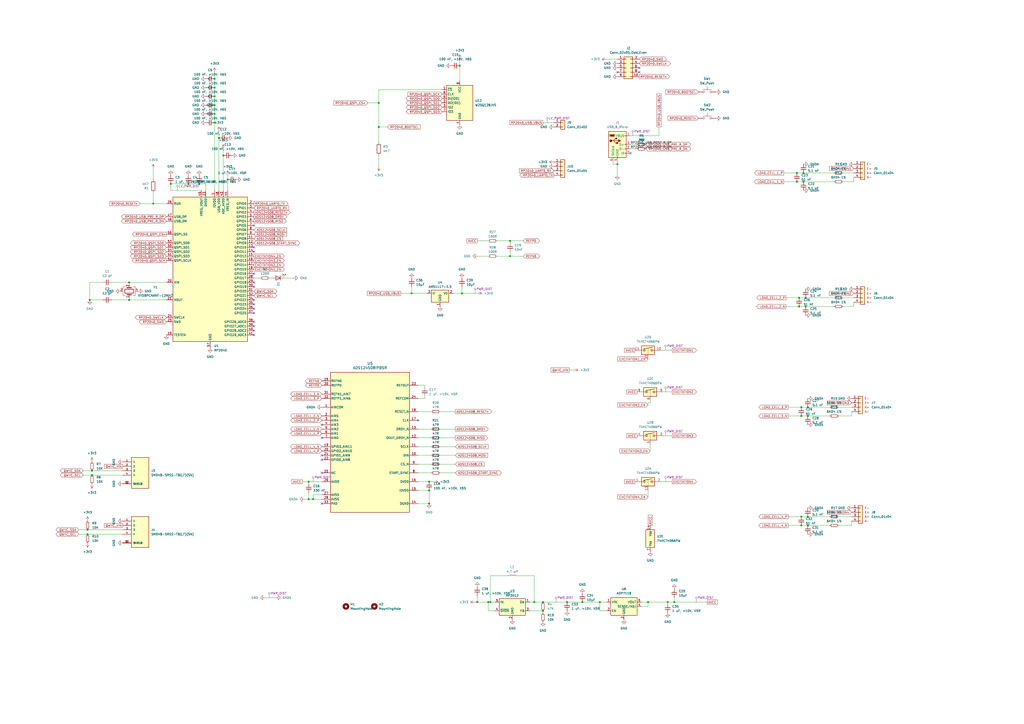
<source format=kicad_sch>
(kicad_sch (version 20230121) (generator eeschema)
  (paper "A2")
  (junction (at 124.46 71.12))
  (junction (at 337.82 349.25))
  (junction (at 328.93 349.25))
  (junction (at 309.88 349.25))
  (junction (at 124.46 66.04))
  (junction (at 124.46 50.8))
  (junction (at 462.28 105.41))
  (junction (at 219.71 59.69))
  (junction (at 464.82 304.8))
  (junction (at 468.63 236.22))
  (junction (at 238.76 170.18))
  (junction (at 358.14 95.25))
  (junction (at 468.63 304.8))
  (junction (at 115.57 106.68))
  (junction (at 267.97 170.18))
  (junction (at 74.93 173.99))
  (junction (at 464.82 299.72))
  (junction (at 248.92 284.48))
  (junction (at 347.98 349.25))
  (junction (at 181.61 289.56))
  (junction (at 129.54 90.17))
  (junction (at 468.63 241.3))
  (junction (at 466.09 100.33))
  (junction (at 276.86 349.25))
  (junction (at 295.91 148.59))
  (junction (at 248.92 292.1))
  (junction (at 467.36 172.72))
  (junction (at 132.08 104.14))
  (junction (at 50.8 309.88))
  (junction (at 467.36 177.8))
  (junction (at 463.55 172.72))
  (junction (at 124.46 60.96))
  (junction (at 127 80.01))
  (junction (at 375.92 349.25))
  (junction (at 179.07 279.4))
  (junction (at 387.35 349.25))
  (junction (at 99.06 106.68))
  (junction (at 53.34 275.59))
  (junction (at 283.21 349.25))
  (junction (at 179.07 289.56))
  (junction (at 463.55 177.8))
  (junction (at 248.92 279.4))
  (junction (at 314.96 349.25))
  (junction (at 124.46 45.72))
  (junction (at 314.96 354.33))
  (junction (at 53.34 273.05))
  (junction (at 266.7 38.1))
  (junction (at 464.82 241.3))
  (junction (at 466.09 105.41))
  (junction (at 391.16 349.25))
  (junction (at 464.82 236.22))
  (junction (at 284.48 349.25))
  (junction (at 462.28 100.33))
  (junction (at 219.71 73.66))
  (junction (at 295.91 139.7))
  (junction (at 52.07 173.99))
  (junction (at 109.22 106.68))
  (junction (at 50.8 307.34))
  (junction (at 74.93 163.83))
  (junction (at 88.9 118.11))
  (junction (at 124.46 55.88))
  (junction (at 468.63 299.72))
  (no_connect (at 186.69 246.38))
  (no_connect (at 186.69 264.16))
  (no_connect (at 147.32 176.53))
  (no_connect (at 147.32 179.07))
  (no_connect (at 242.57 243.84))
  (no_connect (at 147.32 173.99))
  (no_connect (at 147.32 194.31))
  (no_connect (at 147.32 186.69))
  (no_connect (at 147.32 181.61))
  (no_connect (at 147.32 189.23))
  (no_connect (at 358.14 41.91))
  (no_connect (at 370.84 41.91))
  (no_connect (at 147.32 158.75))
  (no_connect (at 186.69 254))
  (no_connect (at 147.32 191.77))
  (no_connect (at 147.32 166.37))
  (no_connect (at 370.84 39.37))
  (no_connect (at 186.69 292.1))
  (no_connect (at 186.69 266.7))
  (no_connect (at 147.32 130.81))
  (no_connect (at 147.32 143.51))
  (no_connect (at 147.32 163.83))
  (no_connect (at 147.32 146.05))
  (no_connect (at 365.76 88.9))
  (no_connect (at 186.69 274.32))
  (wire (pts (xy 99.06 110.49) (xy 116.84 110.49)))
  (wire (pts (xy 74.93 163.83) (xy 96.52 163.83)))
  (wire (pts (xy 179.07 289.56) (xy 181.61 289.56)))
  (wire (pts (xy 288.29 148.59) (xy 295.91 148.59)))
  (wire (pts (xy 176.53 289.56) (xy 179.07 289.56)))
  (wire (pts (xy 248.92 284.48) (xy 248.92 292.1)))
  (wire (pts (xy 52.07 173.99) (xy 59.69 173.99)))
  (wire (pts (xy 213.36 59.69) (xy 219.71 59.69)))
  (wire (pts (xy 264.16 269.24) (xy 255.27 269.24)))
  (wire (pts (xy 48.26 275.59) (xy 53.34 275.59)))
  (wire (pts (xy 250.19 254) (xy 242.57 254)))
  (wire (pts (xy 45.72 309.88) (xy 50.8 309.88)))
  (wire (pts (xy 494.03 304.8) (xy 494.03 302.26)))
  (wire (pts (xy 457.2 299.72) (xy 464.82 299.72)))
  (wire (pts (xy 314.96 349.25) (xy 328.93 349.25)))
  (wire (pts (xy 287.02 354.33) (xy 283.21 354.33)))
  (wire (pts (xy 250.19 238.76) (xy 242.57 238.76)))
  (wire (pts (xy 248.92 279.4) (xy 242.57 279.4)))
  (wire (pts (xy 463.55 172.72) (xy 467.36 172.72)))
  (wire (pts (xy 284.48 349.25) (xy 284.48 334.01)))
  (wire (pts (xy 129.54 86.36) (xy 129.54 90.17)))
  (wire (pts (xy 219.71 59.69) (xy 219.71 73.66)))
  (wire (pts (xy 52.07 163.83) (xy 52.07 173.99)))
  (wire (pts (xy 457.2 241.3) (xy 464.82 241.3)))
  (wire (pts (xy 467.36 177.8) (xy 483.87 177.8)))
  (wire (pts (xy 309.88 349.25) (xy 314.96 349.25)))
  (wire (pts (xy 488.95 100.33) (xy 495.3 100.33)))
  (wire (pts (xy 129.54 90.17) (xy 129.54 110.49)))
  (wire (pts (xy 266.7 34.29) (xy 266.7 38.1)))
  (wire (pts (xy 284.48 349.25) (xy 287.02 349.25)))
  (wire (pts (xy 81.28 118.11) (xy 88.9 118.11)))
  (wire (pts (xy 251.46 279.4) (xy 248.92 279.4)))
  (wire (pts (xy 375.92 288.29) (xy 375.92 284.48)))
  (wire (pts (xy 53.34 275.59) (xy 71.12 275.59)))
  (wire (pts (xy 264.16 259.08) (xy 255.27 259.08)))
  (wire (pts (xy 464.82 299.72) (xy 468.63 299.72)))
  (wire (pts (xy 358.14 93.98) (xy 358.14 95.25)))
  (wire (pts (xy 382.27 73.66) (xy 382.27 78.74)))
  (wire (pts (xy 377.19 261.62) (xy 377.19 257.81)))
  (wire (pts (xy 462.28 105.41) (xy 466.09 105.41)))
  (wire (pts (xy 288.29 139.7) (xy 295.91 139.7)))
  (wire (pts (xy 351.79 349.25) (xy 347.98 349.25)))
  (wire (pts (xy 355.6 93.98) (xy 355.6 95.25)))
  (wire (pts (xy 248.92 292.1) (xy 242.57 292.1)))
  (wire (pts (xy 486.41 304.8) (xy 494.03 304.8)))
  (wire (pts (xy 276.86 349.25) (xy 283.21 349.25)))
  (wire (pts (xy 224.79 73.66) (xy 219.71 73.66)))
  (wire (pts (xy 219.71 73.66) (xy 219.71 82.55)))
  (wire (pts (xy 262.89 170.18) (xy 267.97 170.18)))
  (wire (pts (xy 264.16 254) (xy 255.27 254)))
  (wire (pts (xy 314.96 354.33) (xy 314.96 355.6)))
  (wire (pts (xy 50.8 307.34) (xy 71.12 307.34)))
  (wire (pts (xy 64.77 163.83) (xy 74.93 163.83)))
  (wire (pts (xy 127 76.2) (xy 127 80.01)))
  (wire (pts (xy 250.19 274.32) (xy 242.57 274.32)))
  (wire (pts (xy 365.76 86.36) (xy 369.57 86.36)))
  (wire (pts (xy 330.2 214.63) (xy 332.74 214.63)))
  (wire (pts (xy 132.08 104.14) (xy 132.08 110.49)))
  (wire (pts (xy 153.67 346.71) (xy 160.02 346.71)))
  (wire (pts (xy 462.28 100.33) (xy 466.09 100.33)))
  (wire (pts (xy 246.38 231.14) (xy 246.38 229.87)))
  (wire (pts (xy 267.97 170.18) (xy 276.86 170.18)))
  (wire (pts (xy 219.71 52.07) (xy 256.54 52.07)))
  (wire (pts (xy 468.63 236.22) (xy 481.33 236.22)))
  (wire (pts (xy 488.95 177.8) (xy 495.3 177.8)))
  (wire (pts (xy 219.71 90.17) (xy 219.71 96.52)))
  (wire (pts (xy 457.2 304.8) (xy 464.82 304.8)))
  (wire (pts (xy 488.95 105.41) (xy 495.3 105.41)))
  (wire (pts (xy 284.48 334.01) (xy 294.64 334.01)))
  (wire (pts (xy 307.34 354.33) (xy 314.96 354.33)))
  (wire (pts (xy 295.91 148.59) (xy 303.53 148.59)))
  (wire (pts (xy 466.09 105.41) (xy 483.87 105.41)))
  (wire (pts (xy 295.91 139.7) (xy 295.91 140.97)))
  (wire (pts (xy 156.21 161.29) (xy 157.48 161.29)))
  (wire (pts (xy 375.92 234.95) (xy 375.92 233.68)))
  (wire (pts (xy 124.46 60.96) (xy 124.46 66.04)))
  (wire (pts (xy 486.41 236.22) (xy 494.03 236.22)))
  (wire (pts (xy 375.92 349.25) (xy 387.35 349.25)))
  (wire (pts (xy 468.63 299.72) (xy 481.33 299.72)))
  (wire (pts (xy 109.22 106.68) (xy 115.57 106.68)))
  (wire (pts (xy 295.91 139.7) (xy 303.53 139.7)))
  (wire (pts (xy 88.9 118.11) (xy 96.52 118.11)))
  (wire (pts (xy 242.57 284.48) (xy 248.92 284.48)))
  (wire (pts (xy 454.66 100.33) (xy 462.28 100.33)))
  (wire (pts (xy 283.21 354.33) (xy 283.21 349.25)))
  (wire (pts (xy 147.32 161.29) (xy 151.13 161.29)))
  (wire (pts (xy 119.38 110.49) (xy 119.38 106.68)))
  (wire (pts (xy 387.35 350.52) (xy 387.35 349.25)))
  (wire (pts (xy 295.91 146.05) (xy 295.91 148.59)))
  (wire (pts (xy 276.86 345.44) (xy 276.86 349.25)))
  (wire (pts (xy 309.88 334.01) (xy 309.88 349.25)))
  (wire (pts (xy 219.71 59.69) (xy 219.71 52.07)))
  (wire (pts (xy 347.98 354.33) (xy 347.98 349.25)))
  (wire (pts (xy 389.89 252.73) (xy 384.81 252.73)))
  (wire (pts (xy 179.07 285.75) (xy 179.07 289.56)))
  (wire (pts (xy 387.35 349.25) (xy 391.16 349.25)))
  (wire (pts (xy 74.93 172.72) (xy 74.93 173.99)))
  (wire (pts (xy 74.93 163.83) (xy 74.93 165.1)))
  (wire (pts (xy 264.16 238.76) (xy 255.27 238.76)))
  (wire (pts (xy 242.57 223.52) (xy 246.38 223.52)))
  (wire (pts (xy 132.08 101.6) (xy 132.08 104.14)))
  (wire (pts (xy 391.16 349.25) (xy 410.21 349.25)))
  (wire (pts (xy 494.03 241.3) (xy 494.03 238.76)))
  (wire (pts (xy 179.07 279.4) (xy 186.69 279.4)))
  (wire (pts (xy 99.06 106.68) (xy 99.06 110.49)))
  (wire (pts (xy 179.07 279.4) (xy 179.07 280.67)))
  (wire (pts (xy 232.41 170.18) (xy 238.76 170.18)))
  (wire (pts (xy 242.57 231.14) (xy 246.38 231.14)))
  (wire (pts (xy 372.11 351.79) (xy 375.92 351.79)))
  (wire (pts (xy 389.89 227.33) (xy 384.81 227.33)))
  (wire (pts (xy 468.63 241.3) (xy 481.33 241.3)))
  (wire (pts (xy 455.93 177.8) (xy 463.55 177.8)))
  (wire (pts (xy 466.09 100.33) (xy 483.87 100.33)))
  (wire (pts (xy 250.19 248.92) (xy 242.57 248.92)))
  (wire (pts (xy 124.46 45.72) (xy 124.46 50.8)))
  (wire (pts (xy 124.46 55.88) (xy 124.46 60.96)))
  (wire (pts (xy 464.82 304.8) (xy 468.63 304.8)))
  (wire (pts (xy 365.76 83.82) (xy 369.57 83.82)))
  (wire (pts (xy 275.59 349.25) (xy 276.86 349.25)))
  (wire (pts (xy 351.79 354.33) (xy 347.98 354.33)))
  (wire (pts (xy 127 80.01) (xy 127 110.49)))
  (wire (pts (xy 246.38 223.52) (xy 246.38 224.79)))
  (wire (pts (xy 250.19 259.08) (xy 242.57 259.08)))
  (wire (pts (xy 351.79 34.29) (xy 358.14 34.29)))
  (wire (pts (xy 467.36 172.72) (xy 483.87 172.72)))
  (wire (pts (xy 181.61 287.02) (xy 186.69 287.02)))
  (wire (pts (xy 53.34 273.05) (xy 71.12 273.05)))
  (wire (pts (xy 250.19 269.24) (xy 242.57 269.24)))
  (wire (pts (xy 264.16 274.32) (xy 255.27 274.32)))
  (wire (pts (xy 463.55 177.8) (xy 467.36 177.8)))
  (wire (pts (xy 372.11 349.25) (xy 375.92 349.25)))
  (wire (pts (xy 495.3 105.41) (xy 495.3 102.87)))
  (wire (pts (xy 276.86 148.59) (xy 283.21 148.59)))
  (wire (pts (xy 165.1 161.29) (xy 170.18 161.29)))
  (wire (pts (xy 267.97 166.37) (xy 267.97 170.18)))
  (wire (pts (xy 375.92 233.68) (xy 377.19 233.68)))
  (wire (pts (xy 464.82 236.22) (xy 468.63 236.22)))
  (wire (pts (xy 238.76 170.18) (xy 247.65 170.18)))
  (wire (pts (xy 391.16 346.71) (xy 391.16 349.25)))
  (wire (pts (xy 264.16 264.16) (xy 255.27 264.16)))
  (wire (pts (xy 88.9 111.76) (xy 88.9 118.11)))
  (wire (pts (xy 264.16 248.92) (xy 255.27 248.92)))
  (wire (pts (xy 276.86 139.7) (xy 283.21 139.7)))
  (wire (pts (xy 124.46 41.91) (xy 124.46 45.72)))
  (wire (pts (xy 377.19 233.68) (xy 377.19 232.41)))
  (wire (pts (xy 59.69 163.83) (xy 52.07 163.83)))
  (wire (pts (xy 238.76 166.37) (xy 238.76 170.18)))
  (wire (pts (xy 389.89 279.4) (xy 383.54 279.4)))
  (wire (pts (xy 50.8 309.88) (xy 71.12 309.88)))
  (wire (pts (xy 45.72 307.34) (xy 50.8 307.34)))
  (wire (pts (xy 307.34 349.25) (xy 309.88 349.25)))
  (wire (pts (xy 358.14 95.25) (xy 358.14 101.6)))
  (wire (pts (xy 389.89 203.2) (xy 383.54 203.2)))
  (wire (pts (xy 124.46 71.12) (xy 124.46 110.49)))
  (wire (pts (xy 468.63 304.8) (xy 481.33 304.8)))
  (wire (pts (xy 250.19 264.16) (xy 242.57 264.16)))
  (wire (pts (xy 455.93 172.72) (xy 463.55 172.72)))
  (wire (pts (xy 124.46 66.04) (xy 124.46 71.12)))
  (wire (pts (xy 266.7 38.1) (xy 266.7 46.99)))
  (wire (pts (xy 486.41 299.72) (xy 494.03 299.72)))
  (wire (pts (xy 99.06 106.68) (xy 109.22 106.68)))
  (wire (pts (xy 328.93 349.25) (xy 337.82 349.25)))
  (wire (pts (xy 283.21 349.25) (xy 284.48 349.25)))
  (wire (pts (xy 457.2 236.22) (xy 464.82 236.22)))
  (wire (pts (xy 314.96 71.12) (xy 321.31 71.12)))
  (wire (pts (xy 486.41 241.3) (xy 494.03 241.3)))
  (wire (pts (xy 355.6 95.25) (xy 358.14 95.25)))
  (wire (pts (xy 454.66 105.41) (xy 462.28 105.41)))
  (wire (pts (xy 48.26 273.05) (xy 53.34 273.05)))
  (wire (pts (xy 181.61 287.02) (xy 181.61 289.56)))
  (wire (pts (xy 299.72 334.01) (xy 309.88 334.01)))
  (wire (pts (xy 115.57 106.68) (xy 119.38 106.68)))
  (wire (pts (xy 464.82 241.3) (xy 468.63 241.3)))
  (wire (pts (xy 64.77 173.99) (xy 74.93 173.99)))
  (wire (pts (xy 181.61 289.56) (xy 186.69 289.56)))
  (wire (pts (xy 175.26 279.4) (xy 179.07 279.4)))
  (wire (pts (xy 124.46 50.8) (xy 124.46 55.88)))
  (wire (pts (xy 88.9 104.14) (xy 88.9 97.79)))
  (wire (pts (xy 375.92 351.79) (xy 375.92 349.25)))
  (wire (pts (xy 382.27 78.74) (xy 365.76 78.74)))
  (wire (pts (xy 337.82 349.25) (xy 347.98 349.25)))
  (wire (pts (xy 495.3 177.8) (xy 495.3 175.26)))
  (wire (pts (xy 74.93 173.99) (xy 96.52 173.99)))
  (wire (pts (xy 488.95 172.72) (xy 495.3 172.72)))
  (label "RP2040_USB_POST_R_DN" (at 365.76 86.36 0))
  (label "RP2040_USB_POST_R_DP" (at 365.76 83.82 0))
  (global_label "QWIIC_VIN" (shape passive) (at 71.12 304.8 180) (property "Intersheetrefs" "${INTERSHEET_REFS}" (effects hide)))
  (global_label "ADS124S08_START_SYNC" (shape bidirectional) (at 264.16 274.32 0) (property "Intersheetrefs" "${INTERSHEET_REFS}" (effects hide)))
  (global_label "RP2040_RESETn" (shape input) (at 81.28 118.11 180) (property "Intersheetrefs" "${INTERSHEET_REFS}" (effects hide)))
  (global_label "AVCC" (shape passive) (at 377.19 304.8 90) (property "Intersheetrefs" "${INTERSHEET_REFS}" (effects hide)))
  (global_label "RP2040_QSPI_SD0" (shape bidirectional) (at 256.54 57.15 180) (property "Intersheetrefs" "${INTERSHEET_REFS}" (effects hide)))
  (global_label "EXCITATION2_EN" (shape input) (at 375.92 234.95 180) (property "Intersheetrefs" "${INTERSHEET_REFS}" (effects hide)))
  (global_label "AVCC" (shape passive) (at 276.86 139.7 180) (property "Intersheetrefs" "${INTERSHEET_REFS}" (effects hide)))
  (global_label "ADS124S08_SCLK" (shape input) (at 264.16 259.08 0) (property "Intersheetrefs" "${INTERSHEET_REFS}" (effects hide)))
  (global_label "ADS124S08_MISO" (shape output) (at 264.16 254 0) (property "Intersheetrefs" "${INTERSHEET_REFS}" (effects hide)))
  (global_label "EXCITATION1" (shape output) (at 389.89 203.2 0) (property "Intersheetrefs" "${INTERSHEET_REFS}" (effects hide)))
  (global_label "REFP0" (shape bidirectional) (at 303.53 139.7 0) (property "Intersheetrefs" "${INTERSHEET_REFS}" (effects hide)))
  (global_label "ADS124S08_DRDY" (shape output) (at 147.32 125.73 0) (property "Intersheetrefs" "${INTERSHEET_REFS}" (effects hide)))
  (global_label "RP2040_QSPI_SD1" (shape bidirectional) (at 256.54 59.69 180) (property "Intersheetrefs" "${INTERSHEET_REFS}" (effects hide)))
  (global_label "RP2040_BOOTSEL" (shape input) (at 224.79 73.66 0) (property "Intersheetrefs" "${INTERSHEET_REFS}" (effects hide)))
  (global_label "LOAD_CELL_1_P" (shape output) (at 454.66 100.33 180) (property "Intersheetrefs" "${INTERSHEET_REFS}" (effects hide)))
  (global_label "RP2040_USB_VBUS" (shape passive) (at 232.41 170.18 180) (property "Intersheetrefs" "${INTERSHEET_REFS}" (effects hide)))
  (global_label "ADS124S08_START_SYNC" (shape bidirectional) (at 147.32 140.97 0) (property "Intersheetrefs" "${INTERSHEET_REFS}" (effects hide)))
  (global_label "REFN0" (shape bidirectional) (at 186.69 220.98 180) (property "Intersheetrefs" "${INTERSHEET_REFS}" (effects hide)))
  (global_label "REFN0" (shape bidirectional) (at 303.53 148.59 0) (property "Intersheetrefs" "${INTERSHEET_REFS}" (effects hide)))
  (global_label "LOAD_CELL_1_N" (shape bidirectional) (at 186.69 248.92 180) (property "Intersheetrefs" "${INTERSHEET_REFS}" (effects hide)))
  (global_label "EXCITATION3" (shape input) (at 494.03 233.68 180) (property "Intersheetrefs" "${INTERSHEET_REFS}" (effects hide)))
  (global_label "LOAD_CELL_1_N" (shape output) (at 454.66 105.41 180) (property "Intersheetrefs" "${INTERSHEET_REFS}" (effects hide)))
  (global_label "RP2040_USB_VBUS" (shape passive) (at 314.96 71.12 180) (property "Intersheetrefs" "${INTERSHEET_REFS}" (effects hide)))
  (global_label "EXCITATION4_EN" (shape input) (at 375.92 288.29 180) (property "Intersheetrefs" "${INTERSHEET_REFS}" (effects hide)))
  (global_label "LOAD_CELL_2_P" (shape output) (at 455.93 172.72 180) (property "Intersheetrefs" "${INTERSHEET_REFS}" (effects hide)))
  (global_label "LOAD_CELL_4_P" (shape output) (at 457.2 299.72 180) (property "Intersheetrefs" "${INTERSHEET_REFS}" (effects hide)))
  (global_label "EXCITATION3_EN" (shape output) (at 147.32 151.13 0) (property "Intersheetrefs" "${INTERSHEET_REFS}" (effects hide)))
  (global_label "LOAD_CELL_3_P" (shape output) (at 457.2 236.22 180) (property "Intersheetrefs" "${INTERSHEET_REFS}" (effects hide)))
  (global_label "LOAD_CELL_3_P" (shape bidirectional) (at 186.69 231.14 180) (property "Intersheetrefs" "${INTERSHEET_REFS}" (effects hide)))
  (global_label "RP2040_BOOTSEL" (shape input) (at 405.13 53.34 180) (property "Intersheetrefs" "${INTERSHEET_REFS}" (effects hide)))
  (global_label "EXCITATION4" (shape output) (at 389.89 279.4 0) (property "Intersheetrefs" "${INTERSHEET_REFS}" (effects hide)))
  (global_label "LOAD_CELL_1_P" (shape bidirectional) (at 186.69 251.46 180) (property "Intersheetrefs" "${INTERSHEET_REFS}" (effects hide)))
  (global_label "ADS124S08_MISO" (shape output) (at 147.32 128.27 0) (property "Intersheetrefs" "${INTERSHEET_REFS}" (effects hide)))
  (global_label "RP2040_UART0_RX" (shape input) (at 321.31 99.06 180) (property "Intersheetrefs" "${INTERSHEET_REFS}" (effects hide)))
  (global_label "LOAD_CELL_2_P" (shape bidirectional) (at 186.69 243.84 180) (property "Intersheetrefs" "${INTERSHEET_REFS}" (effects hide)))
  (global_label "RP2040_QSPI_SD1" (shape bidirectional) (at 96.52 143.51 180) (property "Intersheetrefs" "${INTERSHEET_REFS}" (effects hide)))
  (global_label "QWIIC_VIN" (shape passive) (at 330.2 214.63 180) (property "Intersheetrefs" "${INTERSHEET_REFS}" (effects hide)))
  (global_label "RP2040_QSPI_SD3" (shape bidirectional) (at 96.52 148.59 180) (property "Intersheetrefs" "${INTERSHEET_REFS}" (effects hide)))
  (global_label "EXCITATION4" (shape input) (at 494.03 297.18 180) (property "Intersheetrefs" "${INTERSHEET_REFS}" (effects hide)))
  (global_label "EXCITATION2" (shape output) (at 389.89 227.33 0) (property "Intersheetrefs" "${INTERSHEET_REFS}" (effects hide)))
  (global_label "EXCITATION2_EN" (shape output) (at 147.32 153.67 0) (property "Intersheetrefs" "${INTERSHEET_REFS}" (effects hide)))
  (global_label "EXCITATION4_EN" (shape output) (at 147.32 148.59 0) (property "Intersheetrefs" "${INTERSHEET_REFS}" (effects hide)))
  (global_label "LOAD_CELL_4_N" (shape bidirectional) (at 186.69 259.08 180) (property "Intersheetrefs" "${INTERSHEET_REFS}" (effects hide)))
  (global_label "EXCITATION3_EN" (shape input) (at 377.19 261.62 180) (property "Intersheetrefs" "${INTERSHEET_REFS}" (effects hide)))
  (global_label "AVCC" (shape passive) (at 369.57 227.33 180) (property "Intersheetrefs" "${INTERSHEET_REFS}" (effects hide)))
  (global_label "RP2040_RESETn" (shape output) (at 370.84 44.45 0) (property "Intersheetrefs" "${INTERSHEET_REFS}" (effects hide)))
  (global_label "RP2040_USB_PRE_R_DP" (shape bidirectional) (at 374.65 83.82 0) (property "Intersheetrefs" "${INTERSHEET_REFS}" (effects hide)))
  (global_label "AVCC" (shape passive) (at 369.57 252.73 180) (property "Intersheetrefs" "${INTERSHEET_REFS}" (effects hide)))
  (global_label "AVCC" (shape passive) (at 368.3 203.2 180) (property "Intersheetrefs" "${INTERSHEET_REFS}" (effects hide)))
  (global_label "RP2040_QSPI_SD2" (shape bidirectional) (at 96.52 146.05 180) (property "Intersheetrefs" "${INTERSHEET_REFS}" (effects hide)))
  (global_label "RP2040_USB_PRE_R_DP" (shape bidirectional) (at 96.52 125.73 180) (property "Intersheetrefs" "${INTERSHEET_REFS}" (effects hide)))
  (global_label "AVCC" (shape passive) (at 410.21 349.25 0) (property "Intersheetrefs" "${INTERSHEET_REFS}" (effects hide)))
  (global_label "QWIIC_SDA" (shape bidirectional) (at 48.26 273.05 180) (property "Intersheetrefs" "${INTERSHEET_REFS}" (effects hide)))
  (global_label "EXCITATION3" (shape output) (at 389.89 252.73 0) (property "Intersheetrefs" "${INTERSHEET_REFS}" (effects hide)))
  (global_label "EXCITATION1_EN" (shape input) (at 375.92 208.28 180) (property "Intersheetrefs" "${INTERSHEET_REFS}" (effects hide)))
  (global_label "ADS124S08_CS" (shape input) (at 147.32 138.43 0) (property "Intersheetrefs" "${INTERSHEET_REFS}" (effects hide)))
  (global_label "RP2040_UART0_TX" (shape output) (at 321.31 101.6 180) (property "Intersheetrefs" "${INTERSHEET_REFS}" (effects hide)))
  (global_label "EXCITATION2" (shape input) (at 495.3 170.18 180) (property "Intersheetrefs" "${INTERSHEET_REFS}" (effects hide)))
  (global_label "RP2040_UART0_RX" (shape input) (at 147.32 120.65 0) (property "Intersheetrefs" "${INTERSHEET_REFS}" (effects hide)))
  (global_label "QWIIC_SCL" (shape bidirectional) (at 147.32 171.45 0) (property "Intersheetrefs" "${INTERSHEET_REFS}" (effects hide)))
  (global_label "ADS124S08_RESETn" (shape output) (at 264.16 238.76 0) (property "Intersheetrefs" "${INTERSHEET_REFS}" (effects hide)))
  (global_label "RP2040_QSPI_SD2" (shape bidirectional) (at 256.54 62.23 180) (property "Intersheetrefs" "${INTERSHEET_REFS}" (effects hide)))
  (global_label "RP2040_QSPI_SCK" (shape input) (at 256.54 54.61 180) (property "Intersheetrefs" "${INTERSHEET_REFS}" (effects hide)))
  (global_label "AVCC" (shape passive) (at 175.26 279.4 180) (property "Intersheetrefs" "${INTERSHEET_REFS}" (effects hide)))
  (global_label "EXCITATION1_EN" (shape output) (at 147.32 156.21 0) (property "Intersheetrefs" "${INTERSHEET_REFS}" (effects hide)))
  (global_label "AVCC" (shape passive) (at 368.3 279.4 180) (property "Intersheetrefs" "${INTERSHEET_REFS}" (effects hide)))
  (global_label "REFP0" (shape bidirectional) (at 186.69 223.52 180) (property "Intersheetrefs" "${INTERSHEET_REFS}" (effects hide)))
  (global_label "RP2040_UART0_TX" (shape output) (at 147.32 118.11 0) (property "Intersheetrefs" "${INTERSHEET_REFS}" (effects hide)))
  (global_label "QWIIC_SDA" (shape bidirectional) (at 147.32 168.91 0) (property "Intersheetrefs" "${INTERSHEET_REFS}" (effects hide)))
  (global_label "RP2040_SWD" (shape bidirectional) (at 370.84 34.29 0) (property "Intersheetrefs" "${INTERSHEET_REFS}" (effects hide)))
  (global_label "LOAD_CELL_4_N" (shape output) (at 457.2 304.8 180) (property "Intersheetrefs" "${INTERSHEET_REFS}" (effects hide)))
  (global_label "RP2040_QSPI_SD0" (shape bidirectional) (at 96.52 140.97 180) (property "Intersheetrefs" "${INTERSHEET_REFS}" (effects hide)))
  (global_label "ADS124S08_CS" (shape input) (at 264.16 269.24 0) (property "Intersheetrefs" "${INTERSHEET_REFS}" (effects hide)))
  (global_label "RP2040_QSPI_SCK" (shape output) (at 96.52 151.13 180) (property "Intersheetrefs" "${INTERSHEET_REFS}" (effects hide)))
  (global_label "ADS124S08_RESETn" (shape output) (at 147.32 123.19 0) (property "Intersheetrefs" "${INTERSHEET_REFS}" (effects hide)))
  (global_label "RP2040_USB_PRE_R_DN" (shape bidirectional) (at 96.52 128.27 180) (property "Intersheetrefs" "${INTERSHEET_REFS}" (effects hide)))
  (global_label "RP2040_SWCLK" (shape bidirectional) (at 96.52 184.15 180) (property "Intersheetrefs" "${INTERSHEET_REFS}" (effects hide)))
  (global_label "RP2040_SWD" (shape bidirectional) (at 96.52 186.69 180) (property "Intersheetrefs" "${INTERSHEET_REFS}" (effects hide)))
  (global_label "LOAD_CELL_3_N" (shape bidirectional) (at 186.69 228.6 180) (property "Intersheetrefs" "${INTERSHEET_REFS}" (effects hide)))
  (global_label "RP2040_QSPI_CSn" (shape input) (at 213.36 59.69 180) (property "Intersheetrefs" "${INTERSHEET_REFS}" (effects hide)))
  (global_label "RP2040_USB_VBUS" (shape passive) (at 382.27 73.66 90) (property "Intersheetrefs" "${INTERSHEET_REFS}" (effects hide)))
  (global_label "ADS124S08_MOSI" (shape input) (at 264.16 264.16 0) (property "Intersheetrefs" "${INTERSHEET_REFS}" (effects hide)))
  (global_label "LOAD_CELL_2_N" (shape bidirectional) (at 186.69 241.3 180) (property "Intersheetrefs" "${INTERSHEET_REFS}" (effects hide)))
  (global_label "RP2040_QSPI_CSn" (shape output) (at 96.52 135.89 180) (property "Intersheetrefs" "${INTERSHEET_REFS}" (effects hide)))
  (global_label "ADS124S08_SCLK" (shape input) (at 147.32 133.35 0) (property "Intersheetrefs" "${INTERSHEET_REFS}" (effects hide)))
  (global_label "ADS124S08_DRDY" (shape output) (at 264.16 248.92 0) (property "Intersheetrefs" "${INTERSHEET_REFS}" (effects hide)))
  (global_label "LOAD_CELL_3_N" (shape output) (at 457.2 241.3 180) (property "Intersheetrefs" "${INTERSHEET_REFS}" (effects hide)))
  (global_label "QWIIC_SDA" (shape bidirectional) (at 45.72 307.34 180) (property "Intersheetrefs" "${INTERSHEET_REFS}" (effects hide)))
  (global_label "QWIIC_SCL" (shape bidirectional) (at 48.26 275.59 180) (property "Intersheetrefs" "${INTERSHEET_REFS}" (effects hide)))
  (global_label "RP2040_SWCLK" (shape bidirectional) (at 370.84 36.83 0) (property "Intersheetrefs" "${INTERSHEET_REFS}" (effects hide)))
  (global_label "RP2040_QSPI_SD3" (shape bidirectional) (at 256.54 64.77 180) (property "Intersheetrefs" "${INTERSHEET_REFS}" (effects hide)))
  (global_label "EXCITATION1" (shape input) (at 495.3 97.79 180) (property "Intersheetrefs" "${INTERSHEET_REFS}" (effects hide)))
  (global_label "RP2040_RESETn" (shape input) (at 405.13 68.58 180) (property "Intersheetrefs" "${INTERSHEET_REFS}" (effects hide)))
  (global_label "LOAD_CELL_2_N" (shape output) (at 455.93 177.8 180) (property "Intersheetrefs" "${INTERSHEET_REFS}" (effects hide)))
  (global_label "QWIIC_SCL" (shape bidirectional) (at 45.72 309.88 180) (property "Intersheetrefs" "${INTERSHEET_REFS}" (effects hide)))
  (global_label "QWIIC_VIN" (shape passive) (at 71.12 270.51 180) (property "Intersheetrefs" "${INTERSHEET_REFS}" (effects hide)))
  (global_label "LOAD_CELL_4_P" (shape bidirectional) (at 186.69 261.62 180) (property "Intersheetrefs" "${INTERSHEET_REFS}" (effects hide)))
  (global_label "RP2040_USB_PRE_R_DN" (shape bidirectional) (at 374.65 86.36 0) (property "Intersheetrefs" "${INTERSHEET_REFS}" (effects hide)))
  (global_label "ADS124S08_MOSI" (shape input) (at 147.32 135.89 0) (property "Intersheetrefs" "${INTERSHEET_REFS}" (effects hide)))
  (netclass_flag "" (length 2.54) (shape round) (at 386.08 279.4 0) (property "Netclass" "PWR_DIST" (at 386.7785 276.86 0) (effects (font italic) (justify left))))
  (netclass_flag "" (length 2.54) (shape round) (at 386.08 252.73 0) (property "Netclass" "PWR_DIST" (at 386.7785 250.19 0) (effects (font italic) (justify left))))
  (netclass_flag "" (length 2.54) (shape round) (at 386.08 203.2 0) (property "Netclass" "PWR_DIST" (at 386.7785 200.66 0) (effects (font italic) (justify left))))
  (netclass_flag "" (length 2.54) (shape round) (at 322.58 349.25 0) (property "Netclass" "PWR_DIST" (at 323.2785 346.71 0) (effects (font italic) (justify left))))
  (netclass_flag "" (length 2.54) (shape round) (at 317.5 71.12 0) (property "Netclass" "LV_PWR_DIST" (at 318.1985 68.58 0) (effects (font italic) (justify left))))
  (netclass_flag "" (length 2.54) (shape round) (at 386.08 227.33 0) (property "Netclass" "PWR_DIST" (at 386.7785 224.79 0) (effects (font italic) (justify left))))
  (netclass_flag "" (length 2.54) (shape round) (at 156.21 346.71 0) (property "Netclass" "PWR_DIST" (at 156.9085 344.17 0) (effects (font italic) (justify left))))
  (netclass_flag "" (length 2.54) (shape round) (at 102.87 110.49 0) (property "Netclass" "LV_PWR_DIST" (at 103.5685 107.95 0) (effects (font italic) (justify left))))
  (netclass_flag "" (length 2.54) (shape round) (at 403.86 349.25 0) (property "Netclass" "PWR_DIST" (at 404.5585 346.71 0) (effects (font italic) (justify left))))
  (netclass_flag "" (length 2.54) (shape round) (at 181.61 279.4 0) (property "Netclass" "PWR_DIST" (at 182.3085 276.86 0) (effects (font italic) (justify left))))
  (netclass_flag "" (length 2.54) (shape round) (at 275.59 170.18 0) (property "Netclass" "PWR_DIST" (at 276.2885 167.64 0) (effects (font italic) (justify left))))
  (netclass_flag "" (length 2.54) (shape round) (at 367.03 78.74 0) (property "Netclass" "PWR_DIST" (at 367.7285 76.2 0) (effects (font italic) (justify left))))
  (symbol (lib_id "Device:R_Small") (at 486.41 100.33 270) (unit 1)
    (property "Reference" "R11" (at 486.41 95.25 90))
    (property "Value" "6K04 1%" (at 486.41 97.79 90))
    (property "Footprint" "Resistor_SMD:R_1206_3216Metric" (effects hide))
  )
  (symbol (lib_name "Conn_01x04_4") (lib_id "Connector_Generic:Conn_01x04") (at 326.39 96.52 0) (unit 1)
    (property "Reference" "J10" (at 328.93 96.52 0) (effects (justify left)))
    (property "Value" "Conn_01x04" (at 328.93 99.06 0) (effects (justify left)))
    (property "Footprint" "Connector_PinHeader_2.54mm:PinHeader_1x04_P2.54mm_Vertical" (effects hide))
  )
  (symbol (lib_id "power:+3V3") (at 50.8 302.26 0) (unit 1)
    (property "Reference" "#PWR052" (effects hide))
    (property "Value" "+3V3" (at 50.8 297.18 0))
  )
  (symbol (lib_id "Device:R_Small") (at 252.73 254 90) (unit 1)
    (property "Reference" "R22" (at 252.73 248.92 90))
    (property "Value" "47R" (at 252.73 251.46 90))
    (property "Footprint" "Resistor_SMD:R_0402_1005Metric" (effects hide))
    (property "LCSC" "C25118" (effects hide))
  )
  (symbol (lib_id "power:+3V3") (at 53.34 280.67 180) (unit 1)
    (property "Reference" "#PWR048" (effects hide))
    (property "Value" "+3V3" (at 53.34 285.75 0))
  )
  (symbol (lib_id "power:+3V3") (at 276.86 170.18 270) (unit 1)
    (property "Reference" "#PWR058" (effects hide))
    (property "Value" "+3V3" (at 280.67 170.18 90) (effects (justify left)))
  )
  (symbol (lib_id "power:GND") (at 297.18 359.41 0) (unit 1)
    (property "Reference" "#PWR063" (effects hide))
    (property "Value" "GND" (at 297.18 364.49 0))
  )
  (symbol (lib_id "power:GNDA") (at 468.63 246.38 90) (unit 1)
    (property "Reference" "#PWR076" (effects hide))
    (property "Value" "GNDA" (at 472.44 246.38 90) (effects (justify right)))
  )
  (symbol (lib_id "Device:C_Small") (at 467.36 180.34 0) (unit 1)
    (property "Reference" "C25" (at 469.9 179.0763 0) (effects (justify left)))
    (property "Value" "5.1 nF" (at 469.9 181.6163 0) (effects (justify left)))
    (property "Footprint" "Capacitor_SMD:C_1206_3216Metric" (effects hide))
  )
  (symbol (lib_id "power:GND") (at 137.16 104.14 90) (unit 1)
    (property "Reference" "#PWR022" (effects hide))
    (property "Value" "GND" (at 140.97 104.14 90) (effects (justify right)))
  )
  (symbol (lib_id "Device:C_Small") (at 337.82 346.71 180) (unit 1)
    (property "Reference" "C34" (at 340.36 345.4336 0) (effects (justify right)))
    (property "Value" "10µF" (at 340.36 347.9736 0) (effects (justify right)))
    (property "Footprint" "Capacitor_SMD:C_0805_2012Metric" (effects hide))
    (property "LCSC" "C440198" (effects hide))
  )
  (symbol (lib_id "power:GNDA") (at 176.53 289.56 270) (unit 1)
    (property "Reference" "#PWR040" (effects hide))
    (property "Value" "GNDA" (at 172.72 289.56 90) (effects (justify right)))
  )
  (symbol (lib_id "Switch:SW_Push") (at 410.21 53.34 0) (unit 1)
    (property "Reference" "SW1" (at 410.21 45.72 0))
    (property "Value" "SW_Push" (at 410.21 48.26 0))
    (property "Footprint" "Button_Switch_SMD:SW_SPST_Omron_B3FS-100xP" (effects hide))
  )
  (symbol (lib_name "Conn_01x04_1") (lib_id "Connector_Generic:Conn_01x04") (at 500.38 97.79 0) (unit 1)
    (property "Reference" "J5" (at 506.73 97.79 0) (effects (justify left)))
    (property "Value" "Conn_01x04" (at 506.73 100.33 0) (effects (justify left)))
    (property "Footprint" "Connector_PinHeader_2.54mm:PinHeader_1x04_P2.54mm_Vertical" (effects hide))
  )
  (symbol (lib_id "power:GND") (at 358.14 39.37 270) (unit 1)
    (property "Reference" "#PWR030" (effects hide))
    (property "Value" "GND" (at 354.33 39.37 90) (effects (justify right)))
  )
  (symbol (lib_id "Regulator_Linear:AMS1117-3.3") (at 255.27 170.18 0) (unit 1)
    (property "Reference" "U4" (at 255.27 163.83 0))
    (property "Value" "AMS1117-3.3" (at 255.27 166.37 0))
    (property "Footprint" "Package_TO_SOT_SMD:SOT-223-3_TabPin2" (effects hide))
    (property "Datasheet" "http://www.advanced-monolithic.com/pdf/ds1117.pdf" (effects hide))
  )
  (symbol (lib_id "power:GND") (at 337.82 344.17 180) (unit 1)
    (property "Reference" "#PWR035" (effects hide))
    (property "Value" "GND" (at 337.82 339.09 0))
  )
  (symbol (lib_id "power:GND") (at 266.7 72.39 0) (unit 1)
    (property "Reference" "#PWR029" (effects hide))
    (property "Value" "GND" (at 266.7 77.47 0))
  )
  (symbol (lib_id "Device:R_Small") (at 285.75 139.7 90) (unit 1)
    (property "Reference" "R27" (at 285.75 134.62 90))
    (property "Value" "100R" (at 285.75 137.16 90))
    (property "Footprint" "Resistor_SMD:R_0402_1005Metric" (effects hide))
    (property "LCSC" "C25076" (effects hide))
  )
  (symbol (lib_id "Analog_Switch:CD4066BM") (at 375.92 279.4 0) (unit 1)
    (property "Reference" "U2" (at 375.92 271.78 0))
    (property "Value" "74HCT4066PW" (at 375.92 274.32 0))
    (property "Footprint" "Package_SO:SO-14_3.9x8.65mm_P1.27mm" (effects hide))
    (property "Datasheet" "https://www.ti.com/lit/ds/symlink/cd4066b.pdf" (effects hide))
    (property "LCSC" "C5998" (effects hide))
  )
  (symbol (lib_id "power:GND") (at 71.12 314.96 270) (unit 1)
    (property "Reference" "#PWR056" (effects hide))
    (property "Value" "GND" (at 66.04 314.96 0))
  )
  (symbol (lib_id "power:GNDA") (at 466.09 95.25 90) (unit 1)
    (property "Reference" "#PWR071" (effects hide))
    (property "Value" "GNDA" (at 469.9 95.25 90) (effects (justify right)))
  )
  (symbol (lib_id "power:GND") (at 119.38 66.04 270) (unit 1)
    (property "Reference" "#PWR013" (effects hide))
    (property "Value" "GND" (at 115.57 66.04 90) (effects (justify right)))
  )
  (symbol (lib_id "Device:C_Small") (at 468.63 233.68 0) (unit 1)
    (property "Reference" "C27" (at 471.17 232.4163 0) (effects (justify left)))
    (property "Value" "5.1 nF" (at 471.17 234.9563 0) (effects (justify left)))
    (property "Footprint" "Capacitor_SMD:C_1206_3216Metric" (effects hide))
  )
  (symbol (lib_id "Device:R_Small") (at 314.96 358.14 0) (unit 1)
    (property "Reference" "R19" (at 317.5 356.87 0) (effects (justify left)))
    (property "Value" "10K" (at 317.5 359.41 0) (effects (justify left)))
    (property "Footprint" "Resistor_SMD:R_0402_1005Metric" (effects hide))
    (property "LCSC" "C25744" (effects hide))
  )
  (symbol (lib_id "power:+3V3") (at 351.79 34.29 90) (unit 1)
    (property "Reference" "#PWR023" (effects hide))
    (property "Value" "+3V3" (at 347.98 34.29 90) (effects (justify left)))
  )
  (symbol (lib_id "power:GNDA") (at 468.63 309.88 90) (unit 1)
    (property "Reference" "#PWR078" (effects hide))
    (property "Value" "GNDA" (at 472.44 309.88 90) (effects (justify right)))
  )
  (symbol (lib_id "Device:R_Small") (at 483.87 236.22 270) (unit 1)
    (property "Reference" "R15" (at 483.87 231.14 90))
    (property "Value" "6K04 1%" (at 483.87 233.68 90))
    (property "Footprint" "Resistor_SMD:R_1206_3216Metric" (effects hide))
  )
  (symbol (lib_id "Regulator_Switching:AP3012") (at 297.18 351.79 0) (unit 1)
    (property "Reference" "U3" (at 297.18 342.9 0))
    (property "Value" "AP3012" (at 297.18 345.44 0))
    (property "Footprint" "Package_TO_SOT_SMD:SOT-23-5" (effects hide))
    (property "Datasheet" "https://www.diodes.com/assets/Datasheets/AP3012.pdf" (effects hide))
    (property "LCSC" "C460356" (effects hide))
  )
  (symbol (lib_id "ADS124S08IRHBR:ADS124S08IRHBR") (at 214.63 256.54 0) (unit 1)
    (property "Reference" "U5" (at 214.63 210.82 0) (effects (font (size 1.524 1.524))))
    (property "Value" "ADS124S08IPBSR" (at 214.63 213.36 0) (effects (font (size 1.524 1.524))))
    (property "Footprint" "Package_QFP:LQFP-32_5x5mm_P0.5mm" (effects hide))
    (property "Datasheet" "ADS124S08IRHBR" (effects hide))
    (property "LCSC" "C2870171" (effects hide))
  )
  (symbol (lib_id "Device:C_Small") (at 466.09 107.95 0) (unit 1)
    (property "Reference" "C22" (at 468.63 106.6863 0) (effects (justify left)))
    (property "Value" "5.1 nF" (at 468.63 109.2263 0) (effects (justify left)))
    (property "Footprint" "Capacitor_SMD:C_1206_3216Metric" (effects hide))
  )
  (symbol (lib_id "Device:C_Small") (at 121.92 60.96 90) (unit 1)
    (property "Reference" "C9" (at 121.92 55.88 90))
    (property "Value" "100 nF, >10V, X6S" (at 121.92 58.42 90))
    (property "Footprint" "Capacitor_SMD:C_0402_1005Metric" (effects hide))
    (property "JLCPCB Basic" "N" (effects hide))
    (property "LCSC" "C1525" (effects hide))
  )
  (symbol (lib_id "Device:C_Small") (at 99.06 104.14 180) (unit 1)
    (property "Reference" "C3" (at 101.6 102.8636 0) (effects (justify right)))
    (property "Value" "1 uF, >10V, X5R" (at 101.6 105.4036 0) (effects (justify right)))
    (property "Footprint" "Capacitor_SMD:C_0402_1005Metric" (effects hide))
    (property "JLCPCB Basic" "N" (effects hide))
    (property "LCSC" "C52923" (effects hide))
  )
  (symbol (lib_id "power:GND") (at 99.06 101.6 180) (unit 1)
    (property "Reference" "#PWR06" (effects hide))
    (property "Value" "GND" (at 99.06 96.52 0))
  )
  (symbol (lib_id "power:+3V3") (at 124.46 41.91 0) (unit 1)
    (property "Reference" "#PWR016" (effects hide))
    (property "Value" "+3V3" (at 124.46 36.83 0))
  )
  (symbol (lib_id "Device:L_Small") (at 297.18 334.01 90) (unit 1)
    (property "Reference" "L1" (at 297.18 328.93 90))
    (property "Value" "4.7 µH" (at 297.18 331.47 90))
    (property "Footprint" "Inductor_SMD:L_Sunlord_MWSA0402S" (effects hide))
    (property "Comment" "Extended" (effects hide))
    (property "LCSC" "C408337" (effects hide))
  )
  (symbol (lib_id "Connector_Generic:Conn_02x05_Odd_Even") (at 363.22 39.37 0) (unit 1) (in_bom no)
    (property "Reference" "J2" (at 364.49 27.94 0))
    (property "Value" "Conn_02x05_Odd_Even" (at 364.49 30.48 0))
    (property "Footprint" "Connector_PinHeader_1.27mm:PinHeader_2x05_P1.27mm_Vertical_SMD" (effects hide))
    (property "Comment" "Hand solder" (effects hide))
  )
  (symbol (lib_id "Device:C_Small") (at 264.16 38.1 90) (unit 1)
    (property "Reference" "C15" (at 264.1663 31.75 90))
    (property "Value" "100 nF, >10V, X6S" (at 264.1663 34.29 90))
    (property "Footprint" "Capacitor_SMD:C_0402_1005Metric" (effects hide))
    (property "JLCPCB Basic" "N" (effects hide))
    (property "LCSC" "C1525" (effects hide))
  )
  (symbol (lib_id "power:GND") (at 52.07 173.99 0) (unit 1)
    (property "Reference" "#PWR01" (effects hide))
    (property "Value" "GND" (at 52.07 179.07 0))
  )
  (symbol (lib_id "Device:C_Small") (at 121.92 50.8 90) (unit 1)
    (property "Reference" "C7" (at 121.92 45.72 90))
    (property "Value" "100 nF, >10V, X6S" (at 121.92 48.26 90))
    (property "Footprint" "Capacitor_SMD:C_0402_1005Metric" (effects hide))
    (property "JLCPCB Basic" "N" (effects hide))
    (property "LCSC" "C1525" (effects hide))
  )
  (symbol (lib_id "Connector_Generic:Conn_01x04") (at 499.11 297.18 0) (unit 1)
    (property "Reference" "J8" (at 505.46 297.18 0) (effects (justify left)))
    (property "Value" "Conn_01x04" (at 505.46 299.72 0) (effects (justify left)))
    (property "Footprint" "Connector_PinHeader_2.54mm:PinHeader_1x04_P2.54mm_Vertical" (effects hide))
  )
  (symbol (lib_id "Device:R_Small") (at 483.87 304.8 270) (unit 1)
    (property "Reference" "R18" (at 483.87 299.72 90))
    (property "Value" "6K04 1%" (at 483.87 302.26 90))
    (property "Footprint" "Resistor_SMD:R_1206_3216Metric" (effects hide))
  )
  (symbol (lib_id "Device:R_Small") (at 252.73 238.76 90) (unit 1)
    (property "Reference" "R20" (at 252.73 233.68 90))
    (property "Value" "47R" (at 252.73 236.22 90))
    (property "Footprint" "Resistor_SMD:R_0402_1005Metric" (effects hide))
    (property "LCSC" "C25118" (effects hide))
  )
  (symbol (lib_id "Device:C_Small") (at 467.36 170.18 0) (unit 1)
    (property "Reference" "C24" (at 469.9 168.9163 0) (effects (justify left)))
    (property "Value" "5.1 nF" (at 469.9 171.4563 0) (effects (justify left)))
    (property "Footprint" "Capacitor_SMD:C_1206_3216Metric" (effects hide))
  )
  (symbol (lib_id "power:+3V3") (at 332.74 214.63 270) (unit 1)
    (property "Reference" "#PWR085" (effects hide))
    (property "Value" "+3V3" (at 336.55 214.63 90) (effects (justify left)))
  )
  (symbol (lib_id "Device:R_Small") (at 486.41 172.72 270) (unit 1)
    (property "Reference" "R13" (at 486.41 167.64 90))
    (property "Value" "6K04 1%" (at 486.41 170.18 90))
    (property "Footprint" "Resistor_SMD:R_1206_3216Metric" (effects hide))
  )
  (symbol (lib_id "Device:R_Small") (at 483.87 241.3 270) (unit 1)
    (property "Reference" "R16" (at 483.87 236.22 90))
    (property "Value" "6K04 1%" (at 483.87 238.76 90))
    (property "Footprint" "Resistor_SMD:R_1206_3216Metric" (effects hide))
  )
  (symbol (lib_id "BM04B-SRSS-TB_LF__SN_:BM04B-SRSS-TB(LF)(SN)") (at 81.28 275.59 0) (unit 1)
    (property "Reference" "J3" (at 87.63 273.05 0) (effects (justify left)))
    (property "Value" "SM04B-SRSS-TB(LF)(SN)" (at 87.63 275.59 0) (effects (justify left)))
    (property "Footprint" "SM04B-SRSS-TB_LF__SN_:JST_SM04B-SRSS-TB_LF__SN_" (effects hide))
    (property "MF" "JST Sales" (effects hide))
    (property "MAXIMUM_PACKAGE_HEIGHT" "6.3 mm" (effects hide))
    (property "Package" "None" (effects hide))
    (property "Price" "None" (effects hide))
    (property "Check_prices" "https://www.snapeda.com/parts/BM04B-SRSS-TB(LF)(SN)/JST+Sales+America+Inc./view-part/?ref=eda" (effects hide))
    (property "STANDARD" "Manufacturer Recommendations" (effects hide))
    (property "PARTREV" "N/A" (effects hide))
    (property "SnapEDA_Link" "https://www.snapeda.com/parts/BM04B-SRSS-TB(LF)(SN)/JST+Sales+America+Inc./view-part/?ref=snap" (effects hide))
    (property "MP" "BM04B-SRSS-TB(LF)(SN)" (effects hide))
    (property "Description" "\nConnector Header Surface Mount 4 position 0.039 (1.00mm)\n" (effects hide))
    (property "MANUFACTURER" "JST Sales America Inc." (effects hide))
    (property "Availability" "In Stock" (effects hide))
    (property "SNAPEDA_PN" "BM04B-SRSS-TB(LF)(SN)" (effects hide))
    (property "LCSC" "C160404" (effects hide))
  )
  (symbol (lib_id "power:GNDA") (at 467.36 167.64 90) (unit 1)
    (property "Reference" "#PWR073" (effects hide))
    (property "Value" "GNDA" (at 471.17 167.64 90) (effects (justify right)))
  )
  (symbol (lib_id "power:GND") (at 71.12 280.67 270) (unit 1)
    (property "Reference" "#PWR051" (effects hide))
    (property "Value" "GND" (at 66.04 280.67 0))
  )
  (symbol (lib_id "power:+3V3") (at 266.7 34.29 0) (unit 1)
    (property "Reference" "#PWR028" (effects hide))
    (property "Value" "+3V3" (at 266.7 29.21 0))
  )
  (symbol (lib_id "power:GND") (at 415.29 53.34 90) (unit 1)
    (property "Reference" "#PWR036" (effects hide))
    (property "Value" "GND" (at 419.1 53.34 90) (effects (justify right)))
  )
  (symbol (lib_id "Device:C_Small") (at 391.16 344.17 180) (unit 1)
    (property "Reference" "C20" (at 393.7 342.8936 0) (effects (justify right)))
    (property "Value" "10µF" (at 393.7 345.4336 0) (effects (justify right)))
    (property "Footprint" "Capacitor_SMD:C_0805_2012Metric" (effects hide))
    (property "LCSC" "C440198" (effects hide))
  )
  (symbol (lib_id "power:GND") (at 494.03 231.14 270) (unit 1)
    (property "Reference" "#PWR065" (effects hide))
    (property "Value" "GND" (at 490.22 231.14 90) (effects (justify right)))
  )
  (symbol (lib_id "power:GND") (at 358.14 36.83 270) (unit 1)
    (property "Reference" "#PWR026" (effects hide))
    (property "Value" "GND" (at 354.33 36.83 90) (effects (justify right)))
  )
  (symbol (lib_id "power:+3V3") (at 219.71 96.52 180) (unit 1)
    (property "Reference" "#PWR025" (effects hide))
    (property "Value" "+3V3" (at 219.71 101.6 0))
  )
  (symbol (lib_id "Device:C_Small") (at 129.54 80.01 90) (unit 1)
    (property "Reference" "C12" (at 129.5463 74.93 90))
    (property "Value" "100 nF, >10V, X6S" (at 129.5463 77.47 90))
    (property "Footprint" "Capacitor_SMD:C_0402_1005Metric" (effects hide))
    (property "JLCPCB Basic" "N" (effects hide))
    (property "LCSC" "C1525" (effects hide))
  )
  (symbol (lib_id "power:GND") (at 170.18 161.29 90) (unit 1)
    (property "Reference" "#PWR024" (effects hide))
    (property "Value" "GND" (at 173.99 161.29 90) (effects (justify right)))
  )
  (symbol (lib_id "power:GND") (at 115.57 101.6 180) (unit 1)
    (property "Reference" "#PWR08" (effects hide))
    (property "Value" "GND" (at 115.57 96.52 0))
  )
  (symbol (lib_id "Device:C_Small") (at 121.92 55.88 90) (unit 1)
    (property "Reference" "C8" (at 121.92 50.8 90))
    (property "Value" "100 nF, >10V, X6S" (at 121.92 53.34 90))
    (property "Footprint" "Capacitor_SMD:C_0402_1005Metric" (effects hide))
    (property "JLCPCB Basic" "N" (effects hide))
    (property "LCSC" "C1525" (effects hide))
  )
  (symbol (lib_id "power:GND") (at 314.96 360.68 0) (unit 1)
    (property "Reference" "#PWR070" (effects hide))
    (property "Value" "GND" (at 314.96 365.76 0))
  )
  (symbol (lib_id "power:GND") (at 153.67 346.71 270) (unit 1)
    (property "Reference" "#PWR045" (effects hide))
    (property "Value" "GND" (at 149.86 346.71 90) (effects (justify right)))
  )
  (symbol (lib_id "power:+3V3") (at 127 76.2 0) (unit 1)
    (property "Reference" "#PWR017" (effects hide))
    (property "Value" "+3V3" (at 127 71.12 0))
  )
  (symbol (lib_id "power:GND") (at 119.38 45.72 270) (unit 1)
    (property "Reference" "#PWR09" (effects hide))
    (property "Value" "GND" (at 115.57 45.72 90) (effects (justify right)))
  )
  (symbol (lib_id "power:GND") (at 71.12 267.97 270) (unit 1)
    (property "Reference" "#PWR049" (effects hide))
    (property "Value" "GND" (at 66.04 267.97 0))
  )
  (symbol (lib_id "Analog_Switch:CD4066BM") (at 377.19 252.73 0) (unit 2)
    (property "Reference" "U2" (at 377.19 245.11 0))
    (property "Value" "74HCT4066PW" (at 377.19 247.65 0))
    (property "Footprint" "Package_SO:SO-14_3.9x8.65mm_P1.27mm" (effects hide))
    (property "Datasheet" "https://www.ti.com/lit/ds/symlink/cd4066b.pdf" (effects hide))
    (property "LCSC" "C5998" (effects hide))
  )
  (symbol (lib_id "Device:C_Small") (at 267.97 163.83 180) (unit 1)
    (property "Reference" "C39" (at 270.51 162.5536 0) (effects (justify right)))
    (property "Value" "10µF" (at 270.51 165.0936 0) (effects (justify right)))
    (property "Footprint" "Capacitor_SMD:C_0805_2012Metric" (effects hide))
    (property "LCSC" "C440198" (effects hide))
  )
  (symbol (lib_id "power:+3V3") (at 50.8 314.96 180) (unit 1)
    (property "Reference" "#PWR053" (effects hide))
    (property "Value" "+3V3" (at 50.8 320.04 0))
  )
  (symbol (lib_id "Device:C_Small") (at 134.62 104.14 90) (unit 1)
    (property "Reference" "C14" (at 134.6263 97.79 90))
    (property "Value" "1 uF, >10V, X5R" (at 134.6263 100.33 90))
    (property "Footprint" "Capacitor_SMD:C_0402_1005Metric" (effects hide))
    (property "JLCPCB Basic" "N" (effects hide))
    (property "LCSC" "C52923" (effects hide))
  )
  (symbol (lib_id "power:GND") (at 361.95 359.41 0) (unit 1)
    (property "Reference" "#PWR064" (effects hide))
    (property "Value" "GND" (at 361.95 364.49 0))
  )
  (symbol (lib_id "power:GNDA") (at 468.63 231.14 90) (unit 1)
    (property "Reference" "#PWR075" (effects hide))
    (property "Value" "GNDA" (at 472.44 231.14 90) (effects (justify right)))
  )
  (symbol (lib_id "Device:R_Small") (at 372.11 83.82 90) (unit 1)
    (property "Reference" "R5" (at 372.11 78.74 90))
    (property "Value" "27R" (at 372.11 81.28 90))
    (property "Footprint" "Resistor_SMD:R_0603_1608Metric" (effects hide))
    (property "LCSC" "C25190" (effects hide))
    (property "Comment" "Preferred Extended" (effects hide))
  )
  (symbol (lib_id "power:GND") (at 119.38 60.96 270) (unit 1)
    (property "Reference" "#PWR012" (effects hide))
    (property "Value" "GND" (at 115.57 60.96 90) (effects (justify right)))
  )
  (symbol (lib_name "Conn_01x04_2") (lib_id "Connector_Generic:Conn_01x04") (at 500.38 170.18 0) (unit 1)
    (property "Reference" "J6" (at 506.73 170.18 0) (effects (justify left)))
    (property "Value" "Conn_01x04" (at 506.73 172.72 0) (effects (justify left)))
    (property "Footprint" "Connector_PinHeader_2.54mm:PinHeader_1x04_P2.54mm_Vertical" (effects hide))
  )
  (symbol (lib_id "power:+3V3") (at 132.08 101.6 0) (unit 1)
    (property "Reference" "#PWR020" (effects hide))
    (property "Value" "+3V3" (at 132.08 96.52 0))
  )
  (symbol (lib_id "power:+3V3") (at 321.31 93.98 90) (unit 1)
    (property "Reference" "#PWR097" (effects hide))
    (property "Value" "+3V3" (at 317.5 93.98 90) (effects (justify left)))
  )
  (symbol (lib_id "Device:R_Small") (at 285.75 148.59 90) (unit 1)
    (property "Reference" "R28" (at 285.75 143.51 90))
    (property "Value" "100R" (at 285.75 146.05 90))
    (property "Footprint" "Resistor_SMD:R_0402_1005Metric" (effects hide))
    (property "LCSC" "C25076" (effects hide))
  )
  (symbol (lib_id "Switch:SW_Push") (at 410.21 68.58 0) (unit 1)
    (property "Reference" "SW2" (at 410.21 60.96 0))
    (property "Value" "SW_Push" (at 410.21 63.5 0))
    (property "Footprint" "Button_Switch_SMD:SW_SPST_Omron_B3FS-100xP" (effects hide))
  )
  (symbol (lib_id "Device:R_Small") (at 252.73 269.24 90) (unit 1)
    (property "Reference" "R25" (at 252.73 264.16 90))
    (property "Value" "47R" (at 252.73 266.7 90))
    (property "Footprint" "Resistor_SMD:R_0402_1005Metric" (effects hide))
    (property "LCSC" "C25118" (effects hide))
  )
  (symbol (lib_id "power:GND") (at 248.92 292.1 0) (unit 1)
    (property "Reference" "#PWR043" (effects hide))
    (property "Value" "GND" (at 248.92 297.18 0))
  )
  (symbol (lib_id "power:GND") (at 69.85 168.91 270) (unit 1)
    (property "Reference" "#PWR02" (effects hide))
    (property "Value" "GND" (at 66.04 168.91 90) (effects (justify right)))
  )
  (symbol (lib_id "Device:C_Small") (at 295.91 143.51 0) (unit 1)
    (property "Reference" "C19" (at 298.45 142.2463 0) (effects (justify left)))
    (property "Value" "10nF" (at 298.45 144.7863 0) (effects (justify left)))
    (property "Footprint" "Capacitor_SMD:C_0402_1005Metric" (effects hide))
    (property "LCSC" "C15195" (effects hide))
  )
  (symbol (lib_id "Device:R_Small") (at 53.34 278.13 0) (unit 1)
    (property "Reference" "R8" (at 55.88 276.86 0) (effects (justify left)))
    (property "Value" "10K" (at 55.88 279.4 0) (effects (justify left)))
    (property "Footprint" "Resistor_SMD:R_0402_1005Metric" (effects hide))
    (property "LCSC" "C25744" (effects hide))
  )
  (symbol (lib_id "power:+3V3") (at 251.46 279.4 270) (unit 1)
    (property "Reference" "#PWR044" (effects hide))
    (property "Value" "+3V3" (at 255.27 279.4 90) (effects (justify left)))
  )
  (symbol (lib_id "Device:C_Small") (at 62.23 173.99 270) (unit 1)
    (property "Reference" "C2" (at 62.2236 167.64 90))
    (property "Value" "12 pF" (at 62.2236 170.18 90))
    (property "Footprint" "Capacitor_SMD:C_0402_1005Metric" (effects hide))
    (property "LCSC" "C1547" (effects hide))
  )
  (symbol (lib_id "Device:C_Small") (at 62.23 163.83 270) (unit 1)
    (property "Reference" "C1" (at 62.2236 157.48 90))
    (property "Value" "12 pF" (at 62.2236 160.02 90))
    (property "Footprint" "Capacitor_SMD:C_0402_1005Metric" (effects hide))
    (property "LCSC" "C1547" (effects hide))
  )
  (symbol (lib_id "Device:C_Small") (at 115.57 104.14 180) (unit 1)
    (property "Reference" "C5" (at 118.11 102.8636 0) (effects (justify right)))
    (property "Value" "100 nF, >10V, X6S" (at 118.11 105.4036 0) (effects (justify right)))
    (property "Footprint" "Capacitor_SMD:C_0402_1005Metric" (effects hide))
    (property "JLCPCB Basic" "N" (effects hide))
    (property "LCSC" "C1525" (effects hide))
  )
  (symbol (lib_id "Device:C_Small") (at 248.92 281.94 0) (unit 1)
    (property "Reference" "C18" (at 251.46 280.6763 0) (effects (justify left)))
    (property "Value" "100 nF, >10V, X6S" (at 251.46 283.2163 0) (effects (justify left)))
    (property "Footprint" "Capacitor_SMD:C_0402_1005Metric" (effects hide))
    (property "LCSC" "C1525" (effects hide))
  )
  (symbol (lib_id "Device:C_Small") (at 246.38 227.33 0) (unit 1)
    (property "Reference" "C17" (at 248.92 226.0663 0) (effects (justify left)))
    (property "Value" "1 uF, >10V, X5R" (at 248.92 228.6063 0) (effects (justify left)))
    (property "Footprint" "Capacitor_SMD:C_0402_1005Metric" (effects hide))
    (property "LCSC" "C52923" (effects hide))
  )
  (symbol (lib_id "power:GND") (at 387.35 355.6 0) (unit 1)
    (property "Reference" "#PWR057" (effects hide))
    (property "Value" "GND" (at 387.35 360.68 0))
  )
  (symbol (lib_id "Analog_Switch:CD4066BM") (at 377.19 227.33 0) (unit 3)
    (property "Reference" "U2" (at 377.19 219.71 0))
    (property "Value" "74HCT4066PW" (at 377.19 222.25 0))
    (property "Footprint" "Package_SO:SO-14_3.9x8.65mm_P1.27mm" (effects hide))
    (property "Datasheet" "https://www.ti.com/lit/ds/symlink/cd4066b.pdf" (effects hide))
    (property "LCSC" "C5998" (effects hide))
  )
  (symbol (lib_id "power:GNDA") (at 467.36 182.88 90) (unit 1)
    (property "Reference" "#PWR074" (effects hide))
    (property "Value" "GNDA" (at 471.17 182.88 90) (effects (justify right)))
  )
  (symbol (lib_id "BM04B-SRSS-TB_LF__SN_:BM04B-SRSS-TB(LF)(SN)") (at 81.28 309.88 0) (unit 1)
    (property "Reference" "J4" (at 87.63 307.34 0) (effects (justify left)))
    (property "Value" "SM04B-SRSS-TB(LF)(SN)" (at 87.63 309.88 0) (effects (justify left)))
    (property "Footprint" "SM04B-SRSS-TB_LF__SN_:JST_SM04B-SRSS-TB_LF__SN_" (effects hide))
    (property "MF" "JST Sales" (effects hide))
    (property "MAXIMUM_PACKAGE_HEIGHT" "6.3 mm" (effects hide))
    (property "Package" "None" (effects hide))
    (property "Price" "None" (effects hide))
    (property "Check_prices" "https://www.snapeda.com/parts/BM04B-SRSS-TB(LF)(SN)/JST+Sales+America+Inc./view-part/?ref=eda" (effects hide))
    (property "STANDARD" "Manufacturer Recommendations" (effects hide))
    (property "PARTREV" "N/A" (effects hide))
    (property "SnapEDA_Link" "https://www.snapeda.com/parts/BM04B-SRSS-TB(LF)(SN)/JST+Sales+America+Inc./view-part/?ref=snap" (effects hide))
    (property "MP" "BM04B-SRSS-TB(LF)(SN)" (effects hide))
    (property "Description" "\nConnector Header Surface Mount 4 position 0.039 (1.00mm)\n" (effects hide))
    (property "MANUFACTURER" "JST Sales America Inc." (effects hide))
    (property "Availability" "In Stock" (effects hide))
    (property "SNAPEDA_PN" "BM04B-SRSS-TB(LF)(SN)" (effects hide))
    (property "LCSC" "C160404" (effects hide))
  )
  (symbol (lib_id "Device:R") (at 219.71 86.36 0) (unit 1)
    (property "Reference" "R3" (at 222.25 85.09 0) (effects (justify left)))
    (property "Value" "4K7" (at 222.25 87.63 0) (effects (justify left)))
    (property "Footprint" "Resistor_SMD:R_0402_1005Metric" (effects hide))
    (property "JLCPCB Basic" "N" (effects hide))
    (property "LCSC" "C25900" (effects hide))
  )
  (symbol (lib_id "Connector:USB_B_Micro") (at 358.14 83.82 0) (unit 1)
    (property "Reference" "J1" (at 358.14 71.12 0))
    (property "Value" "USB_B_Micro" (at 358.14 73.66 0))
    (property "Footprint" "Connector_USB:USB_Micro-B_Molex-105133-0001" (effects hide))
    (property "LCSC" "C586226" (effects hide))
  )
  (symbol (lib_id "Device:C_Small") (at 466.09 97.79 0) (unit 1)
    (property "Reference" "C21" (at 468.63 96.5263 0) (effects (justify left)))
    (property "Value" "5.1 nF" (at 468.63 99.0663 0) (effects (justify left)))
    (property "Footprint" "Capacitor_SMD:C_1206_3216Metric" (effects hide))
  )
  (symbol (lib_id "power:GND") (at 328.93 354.33 0) (unit 1)
    (property "Reference" "#PWR034" (effects hide))
    (property "Value" "GND" (at 328.93 359.41 0))
  )
  (symbol (lib_id "Device:R_Small") (at 252.73 248.92 90) (unit 1)
    (property "Reference" "R21" (at 252.73 243.84 90))
    (property "Value" "47R" (at 252.73 246.38 90))
    (property "Footprint" "Resistor_SMD:R_0402_1005Metric" (effects hide))
    (property "LCSC" "C25118" (effects hide))
  )
  (symbol (lib_id "power:GND") (at 321.31 73.66 270) (unit 1)
    (property "Reference" "#PWR042" (effects hide))
    (property "Value" "GND" (at 317.5 73.66 90) (effects (justify right)))
  )
  (symbol (lib_id "Memory_Flash:W25Q128JVS") (at 266.7 59.69 0) (unit 1)
    (property "Reference" "U12" (at 275.59 58.42 0) (effects (justify left)))
    (property "Value" "W25Q128JVS" (at 275.59 60.96 0) (effects (justify left)))
    (property "Footprint" "Package_SO:SOIC-8_5.23x5.23mm_P1.27mm" (effects hide))
    (property "Datasheet" "http://www.winbond.com/resource-files/w25q128jv_dtr%20revc%2003272018%20plus.pdf" (effects hide))
    (property "LCSC" "C97521" (effects hide))
  )
  (symbol (lib_id "power:GND") (at 415.29 68.58 90) (unit 1)
    (property "Reference" "#PWR037" (effects hide))
    (property "Value" "GND" (at 419.1 68.58 90) (effects (justify right)))
  )
  (symbol (lib_id "Device:R_Small") (at 50.8 312.42 0) (unit 1)
    (property "Reference" "R10" (at 53.34 311.15 0) (effects (justify left)))
    (property "Value" "10K" (at 53.34 313.69 0) (effects (justify left)))
    (property "Footprint" "Resistor_SMD:R_0402_1005Metric" (effects hide))
    (property "LCSC" "C25744" (effects hide))
  )
  (symbol (lib_id "Analog_Switch:CD4066BM") (at 375.92 203.2 0) (unit 4)
    (property "Reference" "U2" (at 375.92 195.58 0))
    (property "Value" "74HCT4066PW" (at 375.92 198.12 0))
    (property "Footprint" "Package_SO:SO-14_3.9x8.65mm_P1.27mm" (effects hide))
    (property "Datasheet" "https://www.ti.com/lit/ds/symlink/cd4066b.pdf" (effects hide))
    (property "LCSC" "C5998" (effects hide))
  )
  (symbol (lib_id "power:GND") (at 261.62 38.1 270) (unit 1)
    (property "Reference" "#PWR027" (effects hide))
    (property "Value" "GND" (at 257.81 38.1 90) (effects (justify right)))
  )
  (symbol (lib_id "Device:C_Small") (at 387.35 353.06 180) (unit 1)
    (property "Reference" "C35" (at 389.89 351.7836 0) (effects (justify right)))
    (property "Value" "1 uF, >10V, X5R" (at 389.89 354.3236 0) (effects (justify right)))
    (property "Footprint" "Capacitor_SMD:C_0402_1005Metric" (effects hide))
    (property "LCSC" "C52923" (effects hide))
  )
  (symbol (lib_id "power:GND") (at 109.22 101.6 180) (unit 1)
    (property "Reference" "#PWR07" (effects hide))
    (property "Value" "GND" (at 109.22 96.52 0))
  )
  (symbol (lib_id "Device:R_Small") (at 486.41 177.8 270) (unit 1)
    (property "Reference" "R14" (at 486.41 172.72 90))
    (property "Value" "6K04 1%" (at 486.41 175.26 90))
    (property "Footprint" "Resistor_SMD:R_1206_3216Metric" (effects hide))
  )
  (symbol (lib_id "power:+3V3") (at 129.54 86.36 0) (unit 1)
    (property "Reference" "#PWR018" (effects hide))
    (property "Value" "+3V3" (at 129.54 81.28 0))
  )
  (symbol (lib_id "power:GND") (at 119.38 71.12 270) (unit 1)
    (property "Reference" "#PWR014" (effects hide))
    (property "Value" "GND" (at 115.57 71.12 90) (effects (justify right)))
  )
  (symbol (lib_id "Device:R_Small") (at 372.11 86.36 90) (unit 1)
    (property "Reference" "R6" (at 372.11 81.28 90))
    (property "Value" "27R" (at 372.11 83.82 90))
    (property "Footprint" "Resistor_SMD:R_0603_1608Metric" (effects hide))
    (property "LCSC" "C25190" (effects hide))
    (property "Comment" "Preferred Extended" (effects hide))
  )
  (symbol (lib_id "Device:R_Small") (at 314.96 351.79 0) (unit 1)
    (property "Reference" "R4" (at 317.5 350.52 0) (effects (justify left)))
    (property "Value" "47K" (at 317.5 353.06 0) (effects (justify left)))
    (property "Footprint" "Resistor_SMD:R_0402_1005Metric" (effects hide))
    (property "LCSC" "C25792" (effects hide))
  )
  (symbol (lib_id "power:GND") (at 255.27 177.8 0) (unit 1)
    (property "Reference" "#PWR059" (effects hide))
    (property "Value" "GND" (at 255.27 182.88 0))
  )
  (symbol (lib_id "Device:C_Small") (at 463.55 175.26 0) (unit 1)
    (property "Reference" "C26" (at 466.09 173.9963 0) (effects (justify left)))
    (property "Value" "51 nF" (at 466.09 176.5363 0) (effects (justify left)))
    (property "Footprint" "Capacitor_SMD:C_1206_3216Metric" (effects hide))
    (property "LCSC" "C711044" (effects hide))
  )
  (symbol (lib_id "power:GND") (at 358.14 101.6 0) (unit 1)
    (property "Reference" "#PWR032" (effects hide))
    (property "Value" "GND" (at 358.14 106.68 0))
  )
  (symbol (lib_id "power:GND") (at 321.31 96.52 270) (unit 1)
    (property "Reference" "#PWR098" (effects hide))
    (property "Value" "GND" (at 317.5 96.52 90) (effects (justify right)))
  )
  (symbol (lib_id "power:GND") (at 119.38 55.88 270) (unit 1)
    (property "Reference" "#PWR011" (effects hide))
    (property "Value" "GND" (at 115.57 55.88 90) (effects (justify right)))
  )
  (symbol (lib_id "power:+3V3") (at 275.59 349.25 90) (unit 1)
    (property "Reference" "#PWR039" (effects hide))
    (property "Value" "+3V3" (at 271.78 349.25 90) (effects (justify left)))
  )
  (symbol (lib_id "Device:C_Small") (at 121.92 71.12 90) (unit 1)
    (property "Reference" "C11" (at 121.92 66.04 90))
    (property "Value" "100 nF, >10V, X6S" (at 121.92 68.58 90))
    (property "Footprint" "Capacitor_SMD:C_0402_1005Metric" (effects hide))
    (property "JLCPCB Basic" "N" (effects hide))
    (property "LCSC" "C1525" (effects hide))
  )
  (symbol (lib_id "MCU_RaspberryPi:RP2040") (at 121.92 156.21 0) (unit 1)
    (property "Reference" "U1" (at 124.1141 200.66 0) (effects (justify left)))
    (property "Value" "RP2040" (at 124.1141 203.2 0) (effects (justify left)))
    (property "Footprint" "Package_DFN_QFN:QFN-56-1EP_7x7mm_P0.4mm_EP3.2x3.2mm" (effects hide))
    (property "Datasheet" "https://datasheets.raspberrypi.com/rp2040/rp2040-datasheet.pdf" (effects hide))
    (property "JLCPCB Basic" "N" (effects hide))
    (property "LCSC" "C2040" (effects hide))
  )
  (symbol (lib_id "Device:R_Small") (at 50.8 304.8 0) (unit 1)
    (property "Reference" "R9" (at 53.34 303.53 0) (effects (justify left)))
    (property "Value" "10K" (at 53.34 306.07 0) (effects (justify left)))
    (property "Footprint" "Resistor_SMD:R_0402_1005Metric" (effects hide))
    (property "LCSC" "C25744" (effects hide))
  )
  (symbol (lib_id "Device:C_Small") (at 238.76 163.83 180) (unit 1)
    (property "Reference" "C36" (at 241.3 162.5536 0) (effects (justify right)))
    (property "Value" "10µF" (at 241.3 165.0936 0) (effects (justify right)))
    (property "Footprint" "Capacitor_SMD:C_0805_2012Metric" (effects hide))
    (property "LCSC" "C440198" (effects hide))
  )
  (symbol (lib_id "Device:R_Small") (at 53.34 270.51 0) (unit 1)
    (property "Reference" "R7" (at 55.88 269.24 0) (effects (justify left)))
    (property "Value" "10K" (at 55.88 271.78 0) (effects (justify left)))
    (property "Footprint" "Resistor_SMD:R_0402_1005Metric" (effects hide))
    (property "LCSC" "C25744" (effects hide))
  )
  (symbol (lib_id "power:GND") (at 267.97 161.29 180) (unit 1)
    (property "Reference" "#PWR079" (effects hide))
    (property "Value" "GND" (at 267.97 156.21 0))
  )
  (symbol (lib_id "Device:C_Small") (at 464.82 238.76 0) (unit 1)
    (property "Reference" "C29" (at 467.36 237.4963 0) (effects (justify left)))
    (property "Value" "51 nF" (at 467.36 240.0363 0) (effects (justify left)))
    (property "Footprint" "Capacitor_SMD:C_1206_3216Metric" (effects hide))
    (property "LCSC" "C711044" (effects hide))
  )
  (symbol (lib_id "Device:C_Small") (at 179.07 283.21 0) (unit 1)
    (property "Reference" "C16" (at 181.61 281.9463 0) (effects (justify left)))
    (property "Value" "330 nF" (at 181.61 284.4863 0) (effects (justify left)))
    (property "Footprint" "Capacitor_SMD:C_0603_1608Metric" (effects hide))
    (property "LCSC" "C1615" (effects hide))
  )
  (symbol (lib_id "Regulator_Linear:ADP7118ACPZN") (at 361.95 351.79 0) (unit 1)
    (property "Reference" "U6" (at 361.95 341.63 0))
    (property "Value" "ADP7118" (at 361.95 344.17 0))
    (property "Footprint" "Package_TO_SOT_SMD:TSOT-23-5" (effects hide))
    (property "Datasheet" "https://www.analog.com/media/en/technical-documentation/data-sheets/ADP7142.pdf" (effects hide))
    (property "LCSC" "C141943" (effects hide))
  )
  (symbol (lib_id "Device:C_Small") (at 464.82 302.26 0) (unit 1)
    (property "Reference" "C32" (at 467.36 300.9963 0) (effects (justify left)))
    (property "Value" "51 nF" (at 467.36 303.5363 0) (effects (justify left)))
    (property "Footprint" "Capacitor_SMD:C_1206_3216Metric" (effects hide))
    (property "LCSC" "C711044" (effects hide))
  )
  (symbol (lib_id "Device:LED") (at 161.29 161.29 180) (unit 1)
    (property "Reference" "D1" (at 161.4678 163.322 90) (effects (justify left)))
    (property "Value" "KT-0603W" (effects hide))
    (property "Footprint" "LED_SMD:LED_0603_1608Metric" (effects hide))
    (property "JLCPCB Basic" "Y" (effects hide))
    (property "LCSC" "C2290" (effects hide))
  )
  (symbol (lib_id "power:GND") (at 377.19 320.04 0) (unit 1)
    (property "Reference" "#PWR055" (effects hide))
    (property "Value" "GND" (at 377.19 325.12 0))
  )
  (symbol (lib_id "Device:C_Small") (at 328.93 351.79 180) (unit 1)
    (property "Reference" "C33" (at 331.47 350.5136 0) (effects (justify right)))
    (property "Value" "1 uF, >10V, X5R" (at 331.47 353.0536 0) (effects (justify right)))
    (property "Footprint" "Capacitor_SMD:C_0402_1005Metric" (effects hide))
    (property "LCSC" "C52923" (effects hide))
  )
  (symbol (lib_id "power:GND") (at 119.38 50.8 270) (unit 1)
    (property "Reference" "#PWR010" (effects hide))
    (property "Value" "GND" (at 115.57 50.8 90) (effects (justify right)))
  )
  (symbol (lib_id "Device:R_Small") (at 486.41 105.41 270) (unit 1)
    (property "Reference" "R12" (at 486.41 100.33 90))
    (property "Value" "6K04 1%" (at 486.41 102.87 90))
    (property "Footprint" "Resistor_SMD:R_1206_3216Metric" (effects hide))
  )
  (symbol (lib_id "Device:C_Small") (at 121.92 66.04 90) (unit 1)
    (property "Reference" "C10" (at 121.92 60.96 90))
    (property "Value" "100 nF, >10V, X6S" (at 121.92 63.5 90))
    (property "Footprint" "Capacitor_SMD:C_0402_1005Metric" (effects hide))
    (property "JLCPCB Basic" "N" (effects hide))
    (property "LCSC" "C1525" (effects hide))
  )
  (symbol (lib_id "Device:R_Small") (at 483.87 299.72 270) (unit 1)
    (property "Reference" "R17" (at 483.87 294.64 90))
    (property "Value" "6K04 1%" (at 483.87 297.18 90))
    (property "Footprint" "Resistor_SMD:R_1206_3216Metric" (effects hide))
  )
  (symbol (lib_id "power:GND") (at 494.03 294.64 270) (unit 1)
    (property "Reference" "#PWR068" (effects hide))
    (property "Value" "GND" (at 490.22 294.64 90) (effects (justify right)))
  )
  (symbol (lib_id "power:GND") (at 358.14 44.45 270) (unit 1)
    (property "Reference" "#PWR031" (effects hide))
    (property "Value" "GND" (at 354.33 44.45 90) (effects (justify right)))
  )
  (symbol (lib_id "Device:C_Small") (at 468.63 307.34 0) (unit 1)
    (property "Reference" "C31" (at 471.17 306.0763 0) (effects (justify left)))
    (property "Value" "5.1 nF" (at 471.17 308.6163 0) (effects (justify left)))
    (property "Footprint" "Capacitor_SMD:C_1206_3216Metric" (effects hide))
  )
  (symbol (lib_id "power:GND") (at 495.3 95.25 270) (unit 1)
    (property "Reference" "#PWR061" (effects hide))
    (property "Value" "GND" (at 491.49 95.25 90) (effects (justify right)))
  )
  (symbol (lib_id "Mechanical:MountingHole") (at 200.66 351.79 0) (unit 1)
    (property "Reference" "H1" (at 203.2 350.52 0) (effects (justify left)))
    (property "Value" "MountingHole" (at 203.2 353.06 0) (effects (justify left)))
    (property "Footprint" "MountingHole:MountingHole_2.5mm" (effects hide))
  )
  (symbol (lib_id "Device:Crystal_GND24") (at 74.93 168.91 90) (unit 1)
    (property "Reference" "Y1" (at 90.17 166.6941 90))
    (property "Value" "XYDBPCNANF-12MHZ" (at 90.17 171.45 90))
    (property "Footprint" "Crystal:Crystal_SMD_2520-4Pin_2.5x2.0mm" (effects hide))
    (property "LCSC" "C521567" (effects hide))
  )
  (symbol (lib_id "power:GND") (at 80.01 168.91 90) (unit 1)
    (property "Reference" "#PWR03" (effects hide))
    (property "Value" "GND" (at 83.82 168.91 90) (effects (justify right)))
  )
  (symbol (lib_id "Connector_Generic:Conn_01x02") (at 326.39 71.12 0) (unit 1)
    (property "Reference" "J9" (at 328.93 71.12 0) (effects (justify left)))
    (property "Value" "Conn_01x02" (at 328.93 73.66 0) (effects (justify left)))
    (property "Footprint" "Connector_PinHeader_2.54mm:PinHeader_1x02_P2.54mm_Vertical" (effects hide))
  )
  (symbol (lib_id "power:GNDA") (at 160.02 346.71 90) (unit 1)
    (property "Reference" "#PWR046" (effects hide))
    (property "Value" "GNDA" (at 163.83 346.71 90) (effects (justify right)))
  )
  (symbol (lib_id "power:+3V3") (at 88.9 97.79 0) (unit 1)
    (property "Reference" "#PWR04" (effects hide))
    (property "Value" "+3V3" (at 88.9 92.71 0))
  )
  (symbol (lib_id "power:GND") (at 276.86 340.36 180) (unit 1)
    (property "Reference" "#PWR069" (effects hide))
    (property "Value" "GND" (at 276.86 335.28 0))
  )
  (symbol (lib_id "power:GND") (at 132.08 80.01 90) (unit 1)
    (property "Reference" "#PWR019" (effects hide))
    (property "Value" "GND" (at 135.89 80.01 90) (effects (justify right)))
  )
  (symbol (lib_id "Device:R_Small") (at 252.73 264.16 90) (unit 1)
    (property "Reference" "R24" (at 252.73 259.08 90))
    (property "Value" "47R" (at 252.73 261.62 90))
    (property "Footprint" "Resistor_SMD:R_0402_1005Metric" (effects hide))
    (property "LCSC" "C25118" (effects hide))
  )
  (symbol (lib_id "power:GNDA") (at 468.63 294.64 90) (unit 1)
    (property "Reference" "#PWR077" (effects hide))
    (property "Value" "GNDA" (at 472.44 294.64 90) (effects (justify right)))
  )
  (symbol (lib_id "Device:R") (at 88.9 107.95 180) (unit 1)
    (property "Reference" "R1" (at 86.36 109.22 0) (effects (justify left)))
    (property "Value" "4K7" (at 86.36 106.68 0) (effects (justify left)))
    (property "Footprint" "Resistor_SMD:R_0402_1005Metric" (effects hide))
    (property "JLCPCB Basic" "N" (effects hide))
    (property "LCSC" "C25900" (effects hide))
  )
  (symbol (lib_id "power:+3V3") (at 53.34 267.97 0) (unit 1)
    (property "Reference" "#PWR047" (effects hide))
    (property "Value" "+3V3" (at 53.34 262.89 0))
  )
  (symbol (lib_id "power:GND") (at 96.52 194.31 0) (unit 1)
    (property "Reference" "#PWR05" (effects hide))
    (property "Value" "GND" (at 96.52 199.39 0))
  )
  (symbol (lib_id "Device:C_Small") (at 109.22 104.14 180) (unit 1)
    (property "Reference" "C4" (at 111.76 102.8636 0) (effects (justify right)))
    (property "Value" "100 nF, >10V, X6S" (at 111.76 105.4036 0) (effects (justify right)))
    (property "Footprint" "Capacitor_SMD:C_0402_1005Metric" (effects hide))
    (property "JLCPCB Basic" "N" (effects hide))
    (property "LCSC" "C1525" (effects hide))
  )
  (symbol (lib_id "Device:R_Small") (at 252.73 259.08 90) (unit 1)
    (property "Reference" "R23" (at 252.73 254 90))
    (property "Value" "47R" (at 252.73 256.54 90))
    (property "Footprint" "Resistor_SMD:R_0402_1005Metric" (effects hide))
    (property "LCSC" "C25118" (effects hide))
  )
  (symbol (lib_id "power:GND") (at 134.62 90.17 90) (unit 1)
    (property "Reference" "#PWR021" (effects hide))
    (property "Value" "GND" (at 138.43 90.17 90) (effects (justify right)))
  )
  (symbol (lib_id "Mechanical:MountingHole") (at 217.17 351.79 0) (unit 1)
    (property "Reference" "H2" (at 219.71 350.52 0) (effects (justify left)))
    (property "Value" "MountingHole" (at 219.71 353.06 0) (effects (justify left)))
    (property "Footprint" "MountingHole:MountingHole_2.5mm" (effects hide))
  )
  (symbol (lib_id "power:GNDA") (at 186.69 236.22 270) (unit 1)
    (property "Reference" "#PWR041" (effects hide))
    (property "Value" "GNDA" (at 182.88 236.22 90) (effects (justify right)))
  )
  (symbol (lib_id "Device:C_Small") (at 132.08 90.17 90) (unit 1)
    (property "Reference" "C13" (at 132.0863 83.82 90))
    (property "Value" "100 nF, >10V, X6S" (at 132.0863 86.36 90))
    (property "Footprint" "Capacitor_SMD:C_0402_1005Metric" (effects hide))
    (property "JLCPCB Basic" "N" (effects hide))
    (property "LCSC" "C1525" (effects hide))
  )
  (symbol (lib_id "power:GND") (at 276.86 148.59 270) (unit 1)
    (property "Reference" "#PWR033" (effects hide))
    (property "Value" "GND" (at 273.05 148.59 90) (effects (justify right)))
  )
  (symbol (lib_id "Analog_Switch:CD4066BM") (at 377.19 312.42 0) (unit 5)
    (property "Reference" "U2" (at 381 311.15 0) (effects (justify left)))
    (property "Value" "74HCT4066PW" (at 381 313.69 0) (effects (justify left)))
    (property "Footprint" "Package_SO:SO-14_3.9x8.65mm_P1.27mm" (effects hide))
    (property "Datasheet" "https://www.ti.com/lit/ds/symlink/cd4066b.pdf" (effects hide))
    (property "LCSC" "C5998" (effects hide))
  )
  (symbol (lib_id "power:GNDA") (at 466.09 110.49 90) (unit 1)
    (property "Reference" "#PWR072" (effects hide))
    (property "Value" "GNDA" (at 469.9 110.49 90) (effects (justify right)))
  )
  (symbol (lib_id "Device:C_Small") (at 462.28 102.87 0) (unit 1)
    (property "Reference" "C23" (at 464.82 101.6063 0) (effects (justify left)))
    (property "Value" "51 nF" (at 464.82 104.1463 0) (effects (justify left)))
    (property "Footprint" "Capacitor_SMD:C_1206_3216Metric" (effects hide))
    (property "LCSC" "C711044" (effects hide))
  )
  (symbol (lib_id "Device:C_Small") (at 121.92 45.72 90) (unit 1)
    (property "Reference" "C6" (at 121.92 40.64 90))
    (property "Value" "100 nF, >10V, X6S" (at 121.92 43.18 90))
    (property "Footprint" "Capacitor_SMD:C_0402_1005Metric" (effects hide))
    (property "JLCPCB Basic" "N" (effects hide))
    (property "LCSC" "C1525" (effects hide))
  )
  (symbol (lib_id "power:GND") (at 495.3 167.64 270) (unit 1)
    (property "Reference" "#PWR062" (effects hide))
    (property "Value" "GND" (at 491.49 167.64 90) (effects (justify right)))
  )
  (symbol (lib_id "power:GND") (at 121.92 201.93 0) (unit 1)
    (property "Reference" "#PWR015" (effects hide))
    (property "Value" "GND" (at 121.92 207.01 0))
  )
  (symbol (lib_id "Device:R_Small") (at 252.73 274.32 90) (unit 1)
    (property "Reference" "R26" (at 252.73 269.24 90))
    (property "Value" "47R" (at 252.73 271.78 90))
    (property "Footprint" "Resistor_SMD:R_0402_1005Metric" (effects hide))
    (property "LCSC" "C25118" (effects hide))
  )
  (symbol (lib_id "power:GND") (at 238.76 161.29 180) (unit 1)
    (property "Reference" "#PWR060" (effects hide))
    (property "Value" "GND" (at 238.76 156.21 0))
  )
  (symbol (lib_id "Device:R_Small") (at 153.67 161.29 90) (unit 1)
    (property "Reference" "R2" (at 153.67 156.21 90))
    (property "Value" "120R" (at 153.67 158.75 90))
    (property "Footprint" "Resistor_SMD:R_0402_1005Metric" (effects hide))
    (property "LCSC" "C25079" (effects hide))
  )
  (symbol (lib_id "power:GND") (at 71.12 302.26 270) (unit 1)
    (property "Reference" "#PWR054" (effects hide))
    (property "Value" "GND" (at 66.04 302.26 0))
  )
  (symbol (lib_id "Device:C_Small") (at 276.86 342.9 180) (unit 1)
    (property "Reference" "C38" (at 279.4 341.6236 0) (effects (justify right)))
    (property "Value" "1 uF, >10V, X5R" (at 279.4 344.1636 0) (effects (justify right)))
    (property "Footprint" "Capacitor_SMD:C_0402_1005Metric" (effects hide))
    (property "LCSC" "C52923" (effects hide))
  )
  (symbol (lib_id "Device:C_Small") (at 468.63 243.84 0) (unit 1)
    (property "Reference" "C28" (at 471.17 242.5763 0) (effects (justify left)))
    (property "Value" "5.1 nF" (at 471.17 245.1163 0) (effects (justify left)))
    (property "Footprint" "Capacitor_SMD:C_1206_3216Metric" (effects hide))
  )
  (symbol (lib_id "power:GND") (at 391.16 341.63 180) (unit 1)
    (property "Reference" "#PWR038" (effects hide))
    (property "Value" "GND" (at 391.16 336.55 0))
  )
  (symbol (lib_id "Device:C_Small") (at 468.63 297.18 0) (unit 1)
    (property "Reference" "C30" (at 471.17 295.9163 0) (effects (justify left)))
    (property "Value" "5.1 nF" (at 471.17 298.4563 0) (effects (justify left)))
    (property "Footprint" "Capacitor_SMD:C_1206_3216Metric" (effects hide))
  )
  (symbol (lib_name "Conn_01x04_3") (lib_id "Connector_Generic:Conn_01x04") (at 499.11 233.68 0) (unit 1)
    (property "Reference" "J7" (at 505.46 233.68 0) (effects (justify left)))
    (property "Value" "Conn_01x04" (at 505.46 236.22 0) (effects (justify left)))
    (property "Footprint" "Connector_PinHeader_2.54mm:PinHeader_1x04_P2.54mm_Vertical" (effects hide))
  )
)
</source>
